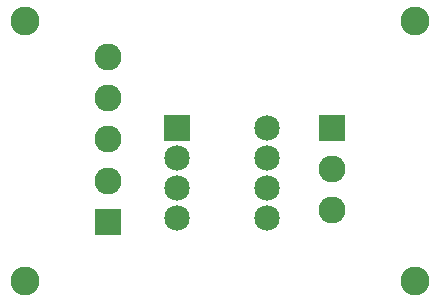
<source format=gts>
G04 MADE WITH FRITZING*
G04 WWW.FRITZING.ORG*
G04 DOUBLE SIDED*
G04 HOLES PLATED*
G04 CONTOUR ON CENTER OF CONTOUR VECTOR*
%ASAXBY*%
%FSLAX23Y23*%
%MOIN*%
%OFA0B0*%
%SFA1.0B1.0*%
%ADD10C,0.085000*%
%ADD11C,0.090000*%
%ADD12C,0.096614*%
%ADD13R,0.085000X0.085000*%
%ADD14R,0.090000X0.090000*%
%LNMASK1*%
G90*
G70*
G54D10*
X690Y629D03*
X990Y629D03*
X690Y529D03*
X990Y529D03*
X690Y429D03*
X990Y429D03*
X690Y329D03*
X990Y329D03*
G54D11*
X1208Y629D03*
X1208Y491D03*
X1208Y354D03*
X460Y314D03*
X460Y452D03*
X460Y590D03*
X460Y728D03*
X460Y865D03*
G54D12*
X1483Y984D03*
X184Y984D03*
X1483Y117D03*
X184Y117D03*
G54D13*
X690Y629D03*
G54D14*
X1208Y629D03*
X460Y314D03*
G04 End of Mask1*
M02*
</source>
